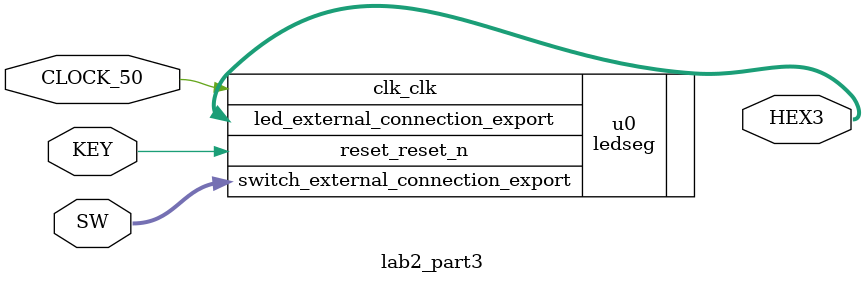
<source format=v>
module lab2_part3(
	 input CLOCK_50,
	 input [0:0] KEY,
	 input [3:0] SW,
	 output [6:0] HEX3
);

    ledseg u0 (
        .clk_clk                           (CLOCK_50),                           //                        clk.clk
        .reset_reset_n                     (KEY[0]),                     //                      reset.reset_n
        .led_external_connection_export    (HEX3),    //    l_connection.export
        .switch_external_connection_export (SW[3:0])  // switch_external_connection.export
    );

endmodule
</source>
